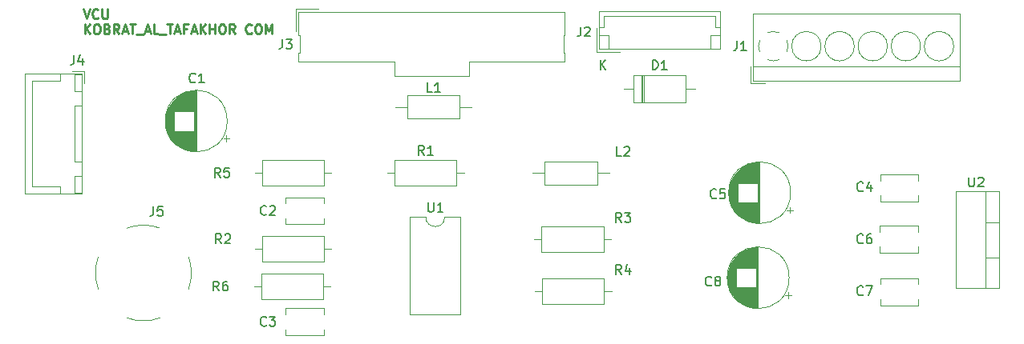
<source format=gbr>
%TF.GenerationSoftware,KiCad,Pcbnew,(6.0.8)*%
%TF.CreationDate,2022-10-21T18:04:50+02:00*%
%TF.ProjectId,VCU,5643552e-6b69-4636-9164-5f7063625858,rev?*%
%TF.SameCoordinates,Original*%
%TF.FileFunction,Legend,Top*%
%TF.FilePolarity,Positive*%
%FSLAX46Y46*%
G04 Gerber Fmt 4.6, Leading zero omitted, Abs format (unit mm)*
G04 Created by KiCad (PCBNEW (6.0.8)) date 2022-10-21 18:04:50*
%MOMM*%
%LPD*%
G01*
G04 APERTURE LIST*
%ADD10C,0.250000*%
%ADD11C,0.150000*%
%ADD12C,0.120000*%
G04 APERTURE END LIST*
D10*
X100007738Y-79647380D02*
X100341071Y-80647380D01*
X100674404Y-79647380D01*
X101579166Y-80552142D02*
X101531547Y-80599761D01*
X101388690Y-80647380D01*
X101293452Y-80647380D01*
X101150595Y-80599761D01*
X101055357Y-80504523D01*
X101007738Y-80409285D01*
X100960119Y-80218809D01*
X100960119Y-80075952D01*
X101007738Y-79885476D01*
X101055357Y-79790238D01*
X101150595Y-79695000D01*
X101293452Y-79647380D01*
X101388690Y-79647380D01*
X101531547Y-79695000D01*
X101579166Y-79742619D01*
X102007738Y-79647380D02*
X102007738Y-80456904D01*
X102055357Y-80552142D01*
X102102976Y-80599761D01*
X102198214Y-80647380D01*
X102388690Y-80647380D01*
X102483928Y-80599761D01*
X102531547Y-80552142D01*
X102579166Y-80456904D01*
X102579166Y-79647380D01*
X100150595Y-82257380D02*
X100150595Y-81257380D01*
X100722023Y-82257380D02*
X100293452Y-81685952D01*
X100722023Y-81257380D02*
X100150595Y-81828809D01*
X101341071Y-81257380D02*
X101531547Y-81257380D01*
X101626785Y-81305000D01*
X101722023Y-81400238D01*
X101769642Y-81590714D01*
X101769642Y-81924047D01*
X101722023Y-82114523D01*
X101626785Y-82209761D01*
X101531547Y-82257380D01*
X101341071Y-82257380D01*
X101245833Y-82209761D01*
X101150595Y-82114523D01*
X101102976Y-81924047D01*
X101102976Y-81590714D01*
X101150595Y-81400238D01*
X101245833Y-81305000D01*
X101341071Y-81257380D01*
X102531547Y-81733571D02*
X102674404Y-81781190D01*
X102722023Y-81828809D01*
X102769642Y-81924047D01*
X102769642Y-82066904D01*
X102722023Y-82162142D01*
X102674404Y-82209761D01*
X102579166Y-82257380D01*
X102198214Y-82257380D01*
X102198214Y-81257380D01*
X102531547Y-81257380D01*
X102626785Y-81305000D01*
X102674404Y-81352619D01*
X102722023Y-81447857D01*
X102722023Y-81543095D01*
X102674404Y-81638333D01*
X102626785Y-81685952D01*
X102531547Y-81733571D01*
X102198214Y-81733571D01*
X103769642Y-82257380D02*
X103436309Y-81781190D01*
X103198214Y-82257380D02*
X103198214Y-81257380D01*
X103579166Y-81257380D01*
X103674404Y-81305000D01*
X103722023Y-81352619D01*
X103769642Y-81447857D01*
X103769642Y-81590714D01*
X103722023Y-81685952D01*
X103674404Y-81733571D01*
X103579166Y-81781190D01*
X103198214Y-81781190D01*
X104150595Y-81971666D02*
X104626785Y-81971666D01*
X104055357Y-82257380D02*
X104388690Y-81257380D01*
X104722023Y-82257380D01*
X104912500Y-81257380D02*
X105483928Y-81257380D01*
X105198214Y-82257380D02*
X105198214Y-81257380D01*
X105579166Y-82352619D02*
X106341071Y-82352619D01*
X106531547Y-81971666D02*
X107007738Y-81971666D01*
X106436309Y-82257380D02*
X106769642Y-81257380D01*
X107102976Y-82257380D01*
X107912500Y-82257380D02*
X107436309Y-82257380D01*
X107436309Y-81257380D01*
X108007738Y-82352619D02*
X108769642Y-82352619D01*
X108864880Y-81257380D02*
X109436309Y-81257380D01*
X109150595Y-82257380D02*
X109150595Y-81257380D01*
X109722023Y-81971666D02*
X110198214Y-81971666D01*
X109626785Y-82257380D02*
X109960119Y-81257380D01*
X110293452Y-82257380D01*
X110960119Y-81733571D02*
X110626785Y-81733571D01*
X110626785Y-82257380D02*
X110626785Y-81257380D01*
X111102976Y-81257380D01*
X111436309Y-81971666D02*
X111912500Y-81971666D01*
X111341071Y-82257380D02*
X111674404Y-81257380D01*
X112007738Y-82257380D01*
X112341071Y-82257380D02*
X112341071Y-81257380D01*
X112912500Y-82257380D02*
X112483928Y-81685952D01*
X112912500Y-81257380D02*
X112341071Y-81828809D01*
X113341071Y-82257380D02*
X113341071Y-81257380D01*
X113341071Y-81733571D02*
X113912500Y-81733571D01*
X113912500Y-82257380D02*
X113912500Y-81257380D01*
X114579166Y-81257380D02*
X114769642Y-81257380D01*
X114864880Y-81305000D01*
X114960119Y-81400238D01*
X115007738Y-81590714D01*
X115007738Y-81924047D01*
X114960119Y-82114523D01*
X114864880Y-82209761D01*
X114769642Y-82257380D01*
X114579166Y-82257380D01*
X114483928Y-82209761D01*
X114388690Y-82114523D01*
X114341071Y-81924047D01*
X114341071Y-81590714D01*
X114388690Y-81400238D01*
X114483928Y-81305000D01*
X114579166Y-81257380D01*
X116007738Y-82257380D02*
X115674404Y-81781190D01*
X115436309Y-82257380D02*
X115436309Y-81257380D01*
X115817261Y-81257380D01*
X115912500Y-81305000D01*
X115960119Y-81352619D01*
X116007738Y-81447857D01*
X116007738Y-81590714D01*
X115960119Y-81685952D01*
X115912500Y-81733571D01*
X115817261Y-81781190D01*
X115436309Y-81781190D01*
X117769642Y-82162142D02*
X117722023Y-82209761D01*
X117579166Y-82257380D01*
X117483928Y-82257380D01*
X117341071Y-82209761D01*
X117245833Y-82114523D01*
X117198214Y-82019285D01*
X117150595Y-81828809D01*
X117150595Y-81685952D01*
X117198214Y-81495476D01*
X117245833Y-81400238D01*
X117341071Y-81305000D01*
X117483928Y-81257380D01*
X117579166Y-81257380D01*
X117722023Y-81305000D01*
X117769642Y-81352619D01*
X118388690Y-81257380D02*
X118579166Y-81257380D01*
X118674404Y-81305000D01*
X118769642Y-81400238D01*
X118817261Y-81590714D01*
X118817261Y-81924047D01*
X118769642Y-82114523D01*
X118674404Y-82209761D01*
X118579166Y-82257380D01*
X118388690Y-82257380D01*
X118293452Y-82209761D01*
X118198214Y-82114523D01*
X118150595Y-81924047D01*
X118150595Y-81590714D01*
X118198214Y-81400238D01*
X118293452Y-81305000D01*
X118388690Y-81257380D01*
X119245833Y-82257380D02*
X119245833Y-81257380D01*
X119579166Y-81971666D01*
X119912500Y-81257380D01*
X119912500Y-82257380D01*
D11*
%TO.C,C4*%
X182333333Y-98857142D02*
X182285714Y-98904761D01*
X182142857Y-98952380D01*
X182047619Y-98952380D01*
X181904761Y-98904761D01*
X181809523Y-98809523D01*
X181761904Y-98714285D01*
X181714285Y-98523809D01*
X181714285Y-98380952D01*
X181761904Y-98190476D01*
X181809523Y-98095238D01*
X181904761Y-98000000D01*
X182047619Y-97952380D01*
X182142857Y-97952380D01*
X182285714Y-98000000D01*
X182333333Y-98047619D01*
X183190476Y-98285714D02*
X183190476Y-98952380D01*
X182952380Y-97904761D02*
X182714285Y-98619047D01*
X183333333Y-98619047D01*
%TO.C,C6*%
X182333333Y-104357142D02*
X182285714Y-104404761D01*
X182142857Y-104452380D01*
X182047619Y-104452380D01*
X181904761Y-104404761D01*
X181809523Y-104309523D01*
X181761904Y-104214285D01*
X181714285Y-104023809D01*
X181714285Y-103880952D01*
X181761904Y-103690476D01*
X181809523Y-103595238D01*
X181904761Y-103500000D01*
X182047619Y-103452380D01*
X182142857Y-103452380D01*
X182285714Y-103500000D01*
X182333333Y-103547619D01*
X183190476Y-103452380D02*
X183000000Y-103452380D01*
X182904761Y-103500000D01*
X182857142Y-103547619D01*
X182761904Y-103690476D01*
X182714285Y-103880952D01*
X182714285Y-104261904D01*
X182761904Y-104357142D01*
X182809523Y-104404761D01*
X182904761Y-104452380D01*
X183095238Y-104452380D01*
X183190476Y-104404761D01*
X183238095Y-104357142D01*
X183285714Y-104261904D01*
X183285714Y-104023809D01*
X183238095Y-103928571D01*
X183190476Y-103880952D01*
X183095238Y-103833333D01*
X182904761Y-103833333D01*
X182809523Y-103880952D01*
X182761904Y-103928571D01*
X182714285Y-104023809D01*
%TO.C,C3*%
X119333333Y-113107142D02*
X119285714Y-113154761D01*
X119142857Y-113202380D01*
X119047619Y-113202380D01*
X118904761Y-113154761D01*
X118809523Y-113059523D01*
X118761904Y-112964285D01*
X118714285Y-112773809D01*
X118714285Y-112630952D01*
X118761904Y-112440476D01*
X118809523Y-112345238D01*
X118904761Y-112250000D01*
X119047619Y-112202380D01*
X119142857Y-112202380D01*
X119285714Y-112250000D01*
X119333333Y-112297619D01*
X119666666Y-112202380D02*
X120285714Y-112202380D01*
X119952380Y-112583333D01*
X120095238Y-112583333D01*
X120190476Y-112630952D01*
X120238095Y-112678571D01*
X120285714Y-112773809D01*
X120285714Y-113011904D01*
X120238095Y-113107142D01*
X120190476Y-113154761D01*
X120095238Y-113202380D01*
X119809523Y-113202380D01*
X119714285Y-113154761D01*
X119666666Y-113107142D01*
%TO.C,C2*%
X119333333Y-101357142D02*
X119285714Y-101404761D01*
X119142857Y-101452380D01*
X119047619Y-101452380D01*
X118904761Y-101404761D01*
X118809523Y-101309523D01*
X118761904Y-101214285D01*
X118714285Y-101023809D01*
X118714285Y-100880952D01*
X118761904Y-100690476D01*
X118809523Y-100595238D01*
X118904761Y-100500000D01*
X119047619Y-100452380D01*
X119142857Y-100452380D01*
X119285714Y-100500000D01*
X119333333Y-100547619D01*
X119714285Y-100547619D02*
X119761904Y-100500000D01*
X119857142Y-100452380D01*
X120095238Y-100452380D01*
X120190476Y-100500000D01*
X120238095Y-100547619D01*
X120285714Y-100642857D01*
X120285714Y-100738095D01*
X120238095Y-100880952D01*
X119666666Y-101452380D01*
X120285714Y-101452380D01*
%TO.C,C7*%
X182333333Y-109857142D02*
X182285714Y-109904761D01*
X182142857Y-109952380D01*
X182047619Y-109952380D01*
X181904761Y-109904761D01*
X181809523Y-109809523D01*
X181761904Y-109714285D01*
X181714285Y-109523809D01*
X181714285Y-109380952D01*
X181761904Y-109190476D01*
X181809523Y-109095238D01*
X181904761Y-109000000D01*
X182047619Y-108952380D01*
X182142857Y-108952380D01*
X182285714Y-109000000D01*
X182333333Y-109047619D01*
X182666666Y-108952380D02*
X183333333Y-108952380D01*
X182904761Y-109952380D01*
%TO.C,U1*%
X136408095Y-100122380D02*
X136408095Y-100931904D01*
X136455714Y-101027142D01*
X136503333Y-101074761D01*
X136598571Y-101122380D01*
X136789047Y-101122380D01*
X136884285Y-101074761D01*
X136931904Y-101027142D01*
X136979523Y-100931904D01*
X136979523Y-100122380D01*
X137979523Y-101122380D02*
X137408095Y-101122380D01*
X137693809Y-101122380D02*
X137693809Y-100122380D01*
X137598571Y-100265238D01*
X137503333Y-100360476D01*
X137408095Y-100408095D01*
%TO.C,J2*%
X152526666Y-81532380D02*
X152526666Y-82246666D01*
X152479047Y-82389523D01*
X152383809Y-82484761D01*
X152240952Y-82532380D01*
X152145714Y-82532380D01*
X152955238Y-81627619D02*
X153002857Y-81580000D01*
X153098095Y-81532380D01*
X153336190Y-81532380D01*
X153431428Y-81580000D01*
X153479047Y-81627619D01*
X153526666Y-81722857D01*
X153526666Y-81818095D01*
X153479047Y-81960952D01*
X152907619Y-82532380D01*
X153526666Y-82532380D01*
%TO.C,R3*%
X156833333Y-102202380D02*
X156500000Y-101726190D01*
X156261904Y-102202380D02*
X156261904Y-101202380D01*
X156642857Y-101202380D01*
X156738095Y-101250000D01*
X156785714Y-101297619D01*
X156833333Y-101392857D01*
X156833333Y-101535714D01*
X156785714Y-101630952D01*
X156738095Y-101678571D01*
X156642857Y-101726190D01*
X156261904Y-101726190D01*
X157166666Y-101202380D02*
X157785714Y-101202380D01*
X157452380Y-101583333D01*
X157595238Y-101583333D01*
X157690476Y-101630952D01*
X157738095Y-101678571D01*
X157785714Y-101773809D01*
X157785714Y-102011904D01*
X157738095Y-102107142D01*
X157690476Y-102154761D01*
X157595238Y-102202380D01*
X157309523Y-102202380D01*
X157214285Y-102154761D01*
X157166666Y-102107142D01*
%TO.C,U2*%
X193488095Y-97452380D02*
X193488095Y-98261904D01*
X193535714Y-98357142D01*
X193583333Y-98404761D01*
X193678571Y-98452380D01*
X193869047Y-98452380D01*
X193964285Y-98404761D01*
X194011904Y-98357142D01*
X194059523Y-98261904D01*
X194059523Y-97452380D01*
X194488095Y-97547619D02*
X194535714Y-97500000D01*
X194630952Y-97452380D01*
X194869047Y-97452380D01*
X194964285Y-97500000D01*
X195011904Y-97547619D01*
X195059523Y-97642857D01*
X195059523Y-97738095D01*
X195011904Y-97880952D01*
X194440476Y-98452380D01*
X195059523Y-98452380D01*
%TO.C,R2*%
X114583333Y-104452380D02*
X114250000Y-103976190D01*
X114011904Y-104452380D02*
X114011904Y-103452380D01*
X114392857Y-103452380D01*
X114488095Y-103500000D01*
X114535714Y-103547619D01*
X114583333Y-103642857D01*
X114583333Y-103785714D01*
X114535714Y-103880952D01*
X114488095Y-103928571D01*
X114392857Y-103976190D01*
X114011904Y-103976190D01*
X114964285Y-103547619D02*
X115011904Y-103500000D01*
X115107142Y-103452380D01*
X115345238Y-103452380D01*
X115440476Y-103500000D01*
X115488095Y-103547619D01*
X115535714Y-103642857D01*
X115535714Y-103738095D01*
X115488095Y-103880952D01*
X114916666Y-104452380D01*
X115535714Y-104452380D01*
%TO.C,J5*%
X107416666Y-100532380D02*
X107416666Y-101246666D01*
X107369047Y-101389523D01*
X107273809Y-101484761D01*
X107130952Y-101532380D01*
X107035714Y-101532380D01*
X108369047Y-100532380D02*
X107892857Y-100532380D01*
X107845238Y-101008571D01*
X107892857Y-100960952D01*
X107988095Y-100913333D01*
X108226190Y-100913333D01*
X108321428Y-100960952D01*
X108369047Y-101008571D01*
X108416666Y-101103809D01*
X108416666Y-101341904D01*
X108369047Y-101437142D01*
X108321428Y-101484761D01*
X108226190Y-101532380D01*
X107988095Y-101532380D01*
X107892857Y-101484761D01*
X107845238Y-101437142D01*
%TO.C,J1*%
X169026666Y-83032380D02*
X169026666Y-83746666D01*
X168979047Y-83889523D01*
X168883809Y-83984761D01*
X168740952Y-84032380D01*
X168645714Y-84032380D01*
X170026666Y-84032380D02*
X169455238Y-84032380D01*
X169740952Y-84032380D02*
X169740952Y-83032380D01*
X169645714Y-83175238D01*
X169550476Y-83270476D01*
X169455238Y-83318095D01*
%TO.C,R6*%
X114333333Y-109452380D02*
X114000000Y-108976190D01*
X113761904Y-109452380D02*
X113761904Y-108452380D01*
X114142857Y-108452380D01*
X114238095Y-108500000D01*
X114285714Y-108547619D01*
X114333333Y-108642857D01*
X114333333Y-108785714D01*
X114285714Y-108880952D01*
X114238095Y-108928571D01*
X114142857Y-108976190D01*
X113761904Y-108976190D01*
X115190476Y-108452380D02*
X115000000Y-108452380D01*
X114904761Y-108500000D01*
X114857142Y-108547619D01*
X114761904Y-108690476D01*
X114714285Y-108880952D01*
X114714285Y-109261904D01*
X114761904Y-109357142D01*
X114809523Y-109404761D01*
X114904761Y-109452380D01*
X115095238Y-109452380D01*
X115190476Y-109404761D01*
X115238095Y-109357142D01*
X115285714Y-109261904D01*
X115285714Y-109023809D01*
X115238095Y-108928571D01*
X115190476Y-108880952D01*
X115095238Y-108833333D01*
X114904761Y-108833333D01*
X114809523Y-108880952D01*
X114761904Y-108928571D01*
X114714285Y-109023809D01*
%TO.C,L1*%
X136833333Y-88452380D02*
X136357142Y-88452380D01*
X136357142Y-87452380D01*
X137690476Y-88452380D02*
X137119047Y-88452380D01*
X137404761Y-88452380D02*
X137404761Y-87452380D01*
X137309523Y-87595238D01*
X137214285Y-87690476D01*
X137119047Y-87738095D01*
%TO.C,R1*%
X135993333Y-95082380D02*
X135660000Y-94606190D01*
X135421904Y-95082380D02*
X135421904Y-94082380D01*
X135802857Y-94082380D01*
X135898095Y-94130000D01*
X135945714Y-94177619D01*
X135993333Y-94272857D01*
X135993333Y-94415714D01*
X135945714Y-94510952D01*
X135898095Y-94558571D01*
X135802857Y-94606190D01*
X135421904Y-94606190D01*
X136945714Y-95082380D02*
X136374285Y-95082380D01*
X136660000Y-95082380D02*
X136660000Y-94082380D01*
X136564761Y-94225238D01*
X136469523Y-94320476D01*
X136374285Y-94368095D01*
%TO.C,L2*%
X156833333Y-95202380D02*
X156357142Y-95202380D01*
X156357142Y-94202380D01*
X157119047Y-94297619D02*
X157166666Y-94250000D01*
X157261904Y-94202380D01*
X157500000Y-94202380D01*
X157595238Y-94250000D01*
X157642857Y-94297619D01*
X157690476Y-94392857D01*
X157690476Y-94488095D01*
X157642857Y-94630952D01*
X157071428Y-95202380D01*
X157690476Y-95202380D01*
%TO.C,C8*%
X166333333Y-108857142D02*
X166285714Y-108904761D01*
X166142857Y-108952380D01*
X166047619Y-108952380D01*
X165904761Y-108904761D01*
X165809523Y-108809523D01*
X165761904Y-108714285D01*
X165714285Y-108523809D01*
X165714285Y-108380952D01*
X165761904Y-108190476D01*
X165809523Y-108095238D01*
X165904761Y-108000000D01*
X166047619Y-107952380D01*
X166142857Y-107952380D01*
X166285714Y-108000000D01*
X166333333Y-108047619D01*
X166904761Y-108380952D02*
X166809523Y-108333333D01*
X166761904Y-108285714D01*
X166714285Y-108190476D01*
X166714285Y-108142857D01*
X166761904Y-108047619D01*
X166809523Y-108000000D01*
X166904761Y-107952380D01*
X167095238Y-107952380D01*
X167190476Y-108000000D01*
X167238095Y-108047619D01*
X167285714Y-108142857D01*
X167285714Y-108190476D01*
X167238095Y-108285714D01*
X167190476Y-108333333D01*
X167095238Y-108380952D01*
X166904761Y-108380952D01*
X166809523Y-108428571D01*
X166761904Y-108476190D01*
X166714285Y-108571428D01*
X166714285Y-108761904D01*
X166761904Y-108857142D01*
X166809523Y-108904761D01*
X166904761Y-108952380D01*
X167095238Y-108952380D01*
X167190476Y-108904761D01*
X167238095Y-108857142D01*
X167285714Y-108761904D01*
X167285714Y-108571428D01*
X167238095Y-108476190D01*
X167190476Y-108428571D01*
X167095238Y-108380952D01*
%TO.C,D1*%
X160121904Y-86062380D02*
X160121904Y-85062380D01*
X160360000Y-85062380D01*
X160502857Y-85110000D01*
X160598095Y-85205238D01*
X160645714Y-85300476D01*
X160693333Y-85490952D01*
X160693333Y-85633809D01*
X160645714Y-85824285D01*
X160598095Y-85919523D01*
X160502857Y-86014761D01*
X160360000Y-86062380D01*
X160121904Y-86062380D01*
X161645714Y-86062380D02*
X161074285Y-86062380D01*
X161360000Y-86062380D02*
X161360000Y-85062380D01*
X161264761Y-85205238D01*
X161169523Y-85300476D01*
X161074285Y-85348095D01*
X154598095Y-86032380D02*
X154598095Y-85032380D01*
X155169523Y-86032380D02*
X154740952Y-85460952D01*
X155169523Y-85032380D02*
X154598095Y-85603809D01*
%TO.C,R4*%
X156833333Y-107702380D02*
X156500000Y-107226190D01*
X156261904Y-107702380D02*
X156261904Y-106702380D01*
X156642857Y-106702380D01*
X156738095Y-106750000D01*
X156785714Y-106797619D01*
X156833333Y-106892857D01*
X156833333Y-107035714D01*
X156785714Y-107130952D01*
X156738095Y-107178571D01*
X156642857Y-107226190D01*
X156261904Y-107226190D01*
X157690476Y-107035714D02*
X157690476Y-107702380D01*
X157452380Y-106654761D02*
X157214285Y-107369047D01*
X157833333Y-107369047D01*
%TO.C,R5*%
X114493333Y-97452380D02*
X114160000Y-96976190D01*
X113921904Y-97452380D02*
X113921904Y-96452380D01*
X114302857Y-96452380D01*
X114398095Y-96500000D01*
X114445714Y-96547619D01*
X114493333Y-96642857D01*
X114493333Y-96785714D01*
X114445714Y-96880952D01*
X114398095Y-96928571D01*
X114302857Y-96976190D01*
X113921904Y-96976190D01*
X115398095Y-96452380D02*
X114921904Y-96452380D01*
X114874285Y-96928571D01*
X114921904Y-96880952D01*
X115017142Y-96833333D01*
X115255238Y-96833333D01*
X115350476Y-96880952D01*
X115398095Y-96928571D01*
X115445714Y-97023809D01*
X115445714Y-97261904D01*
X115398095Y-97357142D01*
X115350476Y-97404761D01*
X115255238Y-97452380D01*
X115017142Y-97452380D01*
X114921904Y-97404761D01*
X114874285Y-97357142D01*
%TO.C,J4*%
X99026666Y-84532380D02*
X99026666Y-85246666D01*
X98979047Y-85389523D01*
X98883809Y-85484761D01*
X98740952Y-85532380D01*
X98645714Y-85532380D01*
X99931428Y-84865714D02*
X99931428Y-85532380D01*
X99693333Y-84484761D02*
X99455238Y-85199047D01*
X100074285Y-85199047D01*
%TO.C,C5*%
X166833333Y-99607142D02*
X166785714Y-99654761D01*
X166642857Y-99702380D01*
X166547619Y-99702380D01*
X166404761Y-99654761D01*
X166309523Y-99559523D01*
X166261904Y-99464285D01*
X166214285Y-99273809D01*
X166214285Y-99130952D01*
X166261904Y-98940476D01*
X166309523Y-98845238D01*
X166404761Y-98750000D01*
X166547619Y-98702380D01*
X166642857Y-98702380D01*
X166785714Y-98750000D01*
X166833333Y-98797619D01*
X167738095Y-98702380D02*
X167261904Y-98702380D01*
X167214285Y-99178571D01*
X167261904Y-99130952D01*
X167357142Y-99083333D01*
X167595238Y-99083333D01*
X167690476Y-99130952D01*
X167738095Y-99178571D01*
X167785714Y-99273809D01*
X167785714Y-99511904D01*
X167738095Y-99607142D01*
X167690476Y-99654761D01*
X167595238Y-99702380D01*
X167357142Y-99702380D01*
X167261904Y-99654761D01*
X167214285Y-99607142D01*
%TO.C,C1*%
X111833333Y-87357142D02*
X111785714Y-87404761D01*
X111642857Y-87452380D01*
X111547619Y-87452380D01*
X111404761Y-87404761D01*
X111309523Y-87309523D01*
X111261904Y-87214285D01*
X111214285Y-87023809D01*
X111214285Y-86880952D01*
X111261904Y-86690476D01*
X111309523Y-86595238D01*
X111404761Y-86500000D01*
X111547619Y-86452380D01*
X111642857Y-86452380D01*
X111785714Y-86500000D01*
X111833333Y-86547619D01*
X112785714Y-87452380D02*
X112214285Y-87452380D01*
X112500000Y-87452380D02*
X112500000Y-86452380D01*
X112404761Y-86595238D01*
X112309523Y-86690476D01*
X112214285Y-86738095D01*
%TO.C,J3*%
X121026666Y-82857380D02*
X121026666Y-83571666D01*
X120979047Y-83714523D01*
X120883809Y-83809761D01*
X120740952Y-83857380D01*
X120645714Y-83857380D01*
X121407619Y-82857380D02*
X122026666Y-82857380D01*
X121693333Y-83238333D01*
X121836190Y-83238333D01*
X121931428Y-83285952D01*
X121979047Y-83333571D01*
X122026666Y-83428809D01*
X122026666Y-83666904D01*
X121979047Y-83762142D01*
X121931428Y-83809761D01*
X121836190Y-83857380D01*
X121550476Y-83857380D01*
X121455238Y-83809761D01*
X121407619Y-83762142D01*
D12*
%TO.C,C4*%
X188185000Y-97160000D02*
X184145000Y-97160000D01*
X184145000Y-100000000D02*
X184145000Y-99375000D01*
X184145000Y-97785000D02*
X184145000Y-97160000D01*
X188185000Y-100000000D02*
X188185000Y-99375000D01*
X188185000Y-97785000D02*
X188185000Y-97160000D01*
X188185000Y-100000000D02*
X184145000Y-100000000D01*
%TO.C,C6*%
X188130000Y-102580000D02*
X184090000Y-102580000D01*
X184090000Y-105420000D02*
X184090000Y-104795000D01*
X184090000Y-103205000D02*
X184090000Y-102580000D01*
X188130000Y-105420000D02*
X188130000Y-104795000D01*
X188130000Y-103205000D02*
X188130000Y-102580000D01*
X188130000Y-105420000D02*
X184090000Y-105420000D01*
%TO.C,C3*%
X125430000Y-111330000D02*
X121390000Y-111330000D01*
X121390000Y-114170000D02*
X121390000Y-113545000D01*
X121390000Y-111955000D02*
X121390000Y-111330000D01*
X125430000Y-114170000D02*
X125430000Y-113545000D01*
X125430000Y-111955000D02*
X125430000Y-111330000D01*
X125430000Y-114170000D02*
X121390000Y-114170000D01*
%TO.C,C2*%
X125430000Y-99580000D02*
X121390000Y-99580000D01*
X121390000Y-102420000D02*
X121390000Y-101795000D01*
X121390000Y-100205000D02*
X121390000Y-99580000D01*
X125430000Y-102420000D02*
X125430000Y-101795000D01*
X125430000Y-100205000D02*
X125430000Y-99580000D01*
X125430000Y-102420000D02*
X121390000Y-102420000D01*
%TO.C,C7*%
X188185000Y-108160000D02*
X184145000Y-108160000D01*
X184145000Y-111000000D02*
X184145000Y-110375000D01*
X184145000Y-108785000D02*
X184145000Y-108160000D01*
X188185000Y-111000000D02*
X188185000Y-110375000D01*
X188185000Y-108785000D02*
X188185000Y-108160000D01*
X188185000Y-111000000D02*
X184145000Y-111000000D01*
%TO.C,U1*%
X134520000Y-101670000D02*
X134520000Y-111950000D01*
X136170000Y-101670000D02*
X134520000Y-101670000D01*
X139820000Y-101670000D02*
X138170000Y-101670000D01*
X134520000Y-111950000D02*
X139820000Y-111950000D01*
X139820000Y-111950000D02*
X139820000Y-101670000D01*
X136170000Y-101670000D02*
G75*
G03*
X138170000Y-101670000I1000000J0D01*
G01*
%TO.C,J2*%
X167220000Y-83890000D02*
X167220000Y-79870000D01*
X154500000Y-81580000D02*
X155000000Y-81580000D01*
X166220000Y-82390000D02*
X166220000Y-83890000D01*
X167220000Y-82390000D02*
X166220000Y-82390000D01*
X154200000Y-84190000D02*
X156700000Y-84190000D01*
X154200000Y-81690000D02*
X154200000Y-84190000D01*
X166720000Y-80370000D02*
X166720000Y-81580000D01*
X166720000Y-81580000D02*
X167220000Y-81580000D01*
X167220000Y-79870000D02*
X154500000Y-79870000D01*
X155500000Y-82390000D02*
X155500000Y-83890000D01*
X155000000Y-81580000D02*
X155000000Y-80370000D01*
X154500000Y-83890000D02*
X167220000Y-83890000D01*
X155000000Y-80370000D02*
X166720000Y-80370000D01*
X154500000Y-82390000D02*
X155500000Y-82390000D01*
X154500000Y-79870000D02*
X154500000Y-83890000D01*
%TO.C,R3*%
X147620000Y-104000000D02*
X148390000Y-104000000D01*
X154930000Y-102630000D02*
X148390000Y-102630000D01*
X148390000Y-102630000D02*
X148390000Y-105370000D01*
X148390000Y-105370000D02*
X154930000Y-105370000D01*
X154930000Y-105370000D02*
X154930000Y-102630000D01*
X155700000Y-104000000D02*
X154930000Y-104000000D01*
%TO.C,U2*%
X196740000Y-109200000D02*
X192099000Y-109200000D01*
X196740000Y-105931000D02*
X195230000Y-105931000D01*
X195230000Y-98960000D02*
X195230000Y-109200000D01*
X192099000Y-98960000D02*
X192099000Y-109200000D01*
X196740000Y-98960000D02*
X192099000Y-98960000D01*
X196740000Y-98960000D02*
X196740000Y-109200000D01*
X196740000Y-102230000D02*
X195230000Y-102230000D01*
%TO.C,R2*%
X118120000Y-105000000D02*
X118890000Y-105000000D01*
X118890000Y-106370000D02*
X125430000Y-106370000D01*
X125430000Y-106370000D02*
X125430000Y-103630000D01*
X125430000Y-103630000D02*
X118890000Y-103630000D01*
X118890000Y-103630000D02*
X118890000Y-106370000D01*
X126200000Y-105000000D02*
X125430000Y-105000000D01*
%TO.C,J5*%
X108072663Y-102816411D02*
G75*
G03*
X104610000Y-102830000I-1712663J-4763589D01*
G01*
X101596411Y-105867337D02*
G75*
G03*
X101610000Y-109330000I4763589J-1712663D01*
G01*
X111123589Y-109292663D02*
G75*
G03*
X111110000Y-105830000I-4763588J1712664D01*
G01*
X104647337Y-112343589D02*
G75*
G03*
X108110000Y-112330000I1712664J4763588D01*
G01*
%TO.C,J1*%
X170460000Y-85740000D02*
X170460000Y-87480000D01*
X192520000Y-80120000D02*
X192520000Y-87240000D01*
X170700000Y-80120000D02*
X192520000Y-80120000D01*
X170700000Y-87240000D02*
X192520000Y-87240000D01*
X170460000Y-87480000D02*
X171960000Y-87480000D01*
X170700000Y-85680000D02*
X192520000Y-85680000D01*
X170700000Y-80120000D02*
X170700000Y-87240000D01*
X174292000Y-84188000D02*
G75*
G03*
X174292109Y-82972258I-1432003J607999D01*
G01*
X172252000Y-85012000D02*
G75*
G03*
X172887011Y-85135493I607998J1431988D01*
G01*
X171428000Y-82972000D02*
G75*
G03*
X171427891Y-84187742I1432000J-608000D01*
G01*
X173468000Y-82148000D02*
G75*
G03*
X172252258Y-82147891I-608000J-1432000D01*
G01*
X172860000Y-85135000D02*
G75*
G03*
X173467587Y-85011385I0J1555000D01*
G01*
X181415000Y-83580000D02*
G75*
G03*
X181415000Y-83580000I-1555000J0D01*
G01*
X177915000Y-83580000D02*
G75*
G03*
X177915000Y-83580000I-1555000J0D01*
G01*
X191915000Y-83580000D02*
G75*
G03*
X191915000Y-83580000I-1555000J0D01*
G01*
X184915000Y-83580000D02*
G75*
G03*
X184915000Y-83580000I-1555000J0D01*
G01*
X188415000Y-83580000D02*
G75*
G03*
X188415000Y-83580000I-1555000J0D01*
G01*
%TO.C,R6*%
X118810000Y-110370000D02*
X125350000Y-110370000D01*
X125350000Y-110370000D02*
X125350000Y-107630000D01*
X125350000Y-107630000D02*
X118810000Y-107630000D01*
X118810000Y-107630000D02*
X118810000Y-110370000D01*
X126120000Y-109000000D02*
X125350000Y-109000000D01*
X118040000Y-109000000D02*
X118810000Y-109000000D01*
%TO.C,L1*%
X139770000Y-88780000D02*
X134230000Y-88780000D01*
X132960000Y-90000000D02*
X134230000Y-90000000D01*
X134230000Y-91220000D02*
X139770000Y-91220000D01*
X139770000Y-91220000D02*
X139770000Y-88780000D01*
X141040000Y-90000000D02*
X139770000Y-90000000D01*
X134230000Y-88780000D02*
X134230000Y-91220000D01*
%TO.C,R1*%
X139430000Y-98370000D02*
X139430000Y-95630000D01*
X132890000Y-95630000D02*
X132890000Y-98370000D01*
X132890000Y-98370000D02*
X139430000Y-98370000D01*
X139430000Y-95630000D02*
X132890000Y-95630000D01*
X140200000Y-97000000D02*
X139430000Y-97000000D01*
X132120000Y-97000000D02*
X132890000Y-97000000D01*
%TO.C,L2*%
X147460000Y-97000000D02*
X148730000Y-97000000D01*
X148730000Y-98220000D02*
X154270000Y-98220000D01*
X154270000Y-98220000D02*
X154270000Y-95780000D01*
X155540000Y-97000000D02*
X154270000Y-97000000D01*
X148730000Y-95780000D02*
X148730000Y-98220000D01*
X154270000Y-95780000D02*
X148730000Y-95780000D01*
%TO.C,C8*%
X170461651Y-107040000D02*
X170461651Y-104949000D01*
X169501651Y-110796000D02*
X169501651Y-109120000D01*
X171022651Y-107040000D02*
X171022651Y-104858000D01*
X169861651Y-107040000D02*
X169861651Y-105164000D01*
X170662651Y-111255000D02*
X170662651Y-109120000D01*
X169621651Y-110870000D02*
X169621651Y-109120000D01*
X168981651Y-110385000D02*
X168981651Y-109120000D01*
X169901651Y-107040000D02*
X169901651Y-105146000D01*
X170061651Y-107040000D02*
X170061651Y-105078000D01*
X169541651Y-107040000D02*
X169541651Y-105338000D01*
X170862651Y-107040000D02*
X170862651Y-104874000D01*
X169941651Y-107040000D02*
X169941651Y-105128000D01*
X168261651Y-109342000D02*
X168261651Y-106818000D01*
X168861651Y-110262000D02*
X168861651Y-105898000D01*
X170942651Y-107040000D02*
X170942651Y-104865000D01*
X168101651Y-108882000D02*
X168101651Y-107278000D01*
X170541651Y-107040000D02*
X170541651Y-104930000D01*
X168581651Y-109914000D02*
X168581651Y-106246000D01*
X171182651Y-111310000D02*
X171182651Y-104850000D01*
X170381651Y-111190000D02*
X170381651Y-109120000D01*
X168901651Y-110304000D02*
X168901651Y-105856000D01*
X170582651Y-107040000D02*
X170582651Y-104921000D01*
X168621651Y-109970000D02*
X168621651Y-106190000D01*
X169501651Y-107040000D02*
X169501651Y-105364000D01*
X169821651Y-107040000D02*
X169821651Y-105184000D01*
X170702651Y-111262000D02*
X170702651Y-109120000D01*
X170421651Y-111201000D02*
X170421651Y-109120000D01*
X168341651Y-109512000D02*
X168341651Y-106648000D01*
X170101651Y-111098000D02*
X170101651Y-109120000D01*
X170982651Y-111298000D02*
X170982651Y-109120000D01*
X170702651Y-107040000D02*
X170702651Y-104898000D01*
X170501651Y-107040000D02*
X170501651Y-104939000D01*
X174447892Y-110234000D02*
X174447892Y-109604000D01*
X168461651Y-109730000D02*
X168461651Y-106430000D01*
X169901651Y-111014000D02*
X169901651Y-109120000D01*
X170902651Y-107040000D02*
X170902651Y-104869000D01*
X170822651Y-111281000D02*
X170822651Y-109120000D01*
X169701651Y-110914000D02*
X169701651Y-109120000D01*
X170141651Y-107040000D02*
X170141651Y-105047000D01*
X169781651Y-110956000D02*
X169781651Y-109120000D01*
X171062651Y-111304000D02*
X171062651Y-104856000D01*
X169461651Y-110770000D02*
X169461651Y-109120000D01*
X169701651Y-107040000D02*
X169701651Y-105246000D01*
X169061651Y-110460000D02*
X169061651Y-109120000D01*
X168741651Y-110124000D02*
X168741651Y-106036000D01*
X169221651Y-107040000D02*
X169221651Y-105564000D01*
X169141651Y-110530000D02*
X169141651Y-109120000D01*
X169261651Y-107040000D02*
X169261651Y-105532000D01*
X169341651Y-107040000D02*
X169341651Y-105473000D01*
X168301651Y-109430000D02*
X168301651Y-106730000D01*
X169461651Y-107040000D02*
X169461651Y-105390000D01*
X170021651Y-107040000D02*
X170021651Y-105094000D01*
X170101651Y-107040000D02*
X170101651Y-105062000D01*
X169181651Y-110564000D02*
X169181651Y-109120000D01*
X170902651Y-111291000D02*
X170902651Y-109120000D01*
X170862651Y-111286000D02*
X170862651Y-109120000D01*
X168021651Y-108482000D02*
X168021651Y-107678000D01*
X170942651Y-111295000D02*
X170942651Y-109120000D01*
X169421651Y-110744000D02*
X169421651Y-109120000D01*
X169421651Y-107040000D02*
X169421651Y-105416000D01*
X169621651Y-107040000D02*
X169621651Y-105290000D01*
X168141651Y-109020000D02*
X168141651Y-107140000D01*
X170421651Y-107040000D02*
X170421651Y-104959000D01*
X169301651Y-110658000D02*
X169301651Y-109120000D01*
X168501651Y-109794000D02*
X168501651Y-106366000D01*
X169061651Y-107040000D02*
X169061651Y-105700000D01*
X169581651Y-110846000D02*
X169581651Y-109120000D01*
X169981651Y-107040000D02*
X169981651Y-105110000D01*
X169141651Y-107040000D02*
X169141651Y-105630000D01*
X170381651Y-107040000D02*
X170381651Y-104970000D01*
X170782651Y-107040000D02*
X170782651Y-104885000D01*
X169581651Y-107040000D02*
X169581651Y-105314000D01*
X170261651Y-111154000D02*
X170261651Y-109120000D01*
X169741651Y-107040000D02*
X169741651Y-105224000D01*
X170341651Y-111178000D02*
X170341651Y-109120000D01*
X169101651Y-107040000D02*
X169101651Y-105664000D01*
X169301651Y-107040000D02*
X169301651Y-105502000D01*
X170622651Y-111247000D02*
X170622651Y-109120000D01*
X169661651Y-107040000D02*
X169661651Y-105268000D01*
X169861651Y-110996000D02*
X169861651Y-109120000D01*
X169341651Y-110687000D02*
X169341651Y-109120000D01*
X168061651Y-108713000D02*
X168061651Y-107447000D01*
X170021651Y-111066000D02*
X170021651Y-109120000D01*
X170662651Y-107040000D02*
X170662651Y-104905000D01*
X171142651Y-111308000D02*
X171142651Y-104852000D01*
X169101651Y-110496000D02*
X169101651Y-109120000D01*
X170261651Y-107040000D02*
X170261651Y-105006000D01*
X170221651Y-111141000D02*
X170221651Y-109120000D01*
X169821651Y-110976000D02*
X169821651Y-109120000D01*
X168981651Y-107040000D02*
X168981651Y-105775000D01*
X170221651Y-107040000D02*
X170221651Y-105019000D01*
X168381651Y-109589000D02*
X168381651Y-106571000D01*
X170501651Y-111221000D02*
X170501651Y-109120000D01*
X169941651Y-111032000D02*
X169941651Y-109120000D01*
X170822651Y-107040000D02*
X170822651Y-104879000D01*
X171222651Y-111310000D02*
X171222651Y-104850000D01*
X170341651Y-107040000D02*
X170341651Y-104982000D01*
X168221651Y-109245000D02*
X168221651Y-106915000D01*
X170541651Y-111230000D02*
X170541651Y-109120000D01*
X170061651Y-111082000D02*
X170061651Y-109120000D01*
X170301651Y-111166000D02*
X170301651Y-109120000D01*
X171262651Y-111310000D02*
X171262651Y-104850000D01*
X170141651Y-111113000D02*
X170141651Y-109120000D01*
X169381651Y-107040000D02*
X169381651Y-105444000D01*
X169781651Y-107040000D02*
X169781651Y-105204000D01*
X170181651Y-111127000D02*
X170181651Y-109120000D01*
X169381651Y-110716000D02*
X169381651Y-109120000D01*
X169661651Y-110892000D02*
X169661651Y-109120000D01*
X168941651Y-110345000D02*
X168941651Y-105815000D01*
X170301651Y-107040000D02*
X170301651Y-104994000D01*
X169021651Y-107040000D02*
X169021651Y-105737000D01*
X168181651Y-109139000D02*
X168181651Y-107021000D01*
X169021651Y-110423000D02*
X169021651Y-109120000D01*
X171102651Y-111307000D02*
X171102651Y-104853000D01*
X168701651Y-110075000D02*
X168701651Y-106085000D01*
X169741651Y-110936000D02*
X169741651Y-109120000D01*
X168661651Y-110024000D02*
X168661651Y-106136000D01*
X168821651Y-110217000D02*
X168821651Y-105943000D01*
X170782651Y-111275000D02*
X170782651Y-109120000D01*
X169541651Y-110822000D02*
X169541651Y-109120000D01*
X170622651Y-107040000D02*
X170622651Y-104913000D01*
X171022651Y-111302000D02*
X171022651Y-109120000D01*
X170982651Y-107040000D02*
X170982651Y-104862000D01*
X169221651Y-110596000D02*
X169221651Y-109120000D01*
X170461651Y-111211000D02*
X170461651Y-109120000D01*
X170742651Y-111269000D02*
X170742651Y-109120000D01*
X169181651Y-107040000D02*
X169181651Y-105596000D01*
X170742651Y-107040000D02*
X170742651Y-104891000D01*
X170181651Y-107040000D02*
X170181651Y-105033000D01*
X168541651Y-109856000D02*
X168541651Y-106304000D01*
X169981651Y-111050000D02*
X169981651Y-109120000D01*
X169261651Y-110628000D02*
X169261651Y-109120000D01*
X168421651Y-109661000D02*
X168421651Y-106499000D01*
X174762892Y-109919000D02*
X174132892Y-109919000D01*
X168781651Y-110172000D02*
X168781651Y-105988000D01*
X170582651Y-111239000D02*
X170582651Y-109120000D01*
X174532651Y-108080000D02*
G75*
G03*
X174532651Y-108080000I-3270000J0D01*
G01*
%TO.C,D1*%
X159040000Y-86610000D02*
X159040000Y-89550000D01*
X164600000Y-88080000D02*
X163580000Y-88080000D01*
X163580000Y-86610000D02*
X158140000Y-86610000D01*
X158920000Y-86610000D02*
X158920000Y-89550000D01*
X163580000Y-89550000D02*
X163580000Y-86610000D01*
X158140000Y-89550000D02*
X163580000Y-89550000D01*
X158140000Y-86610000D02*
X158140000Y-89550000D01*
X159160000Y-86610000D02*
X159160000Y-89550000D01*
X157120000Y-88080000D02*
X158140000Y-88080000D01*
%TO.C,R4*%
X155010000Y-110870000D02*
X155010000Y-108130000D01*
X155780000Y-109500000D02*
X155010000Y-109500000D01*
X147700000Y-109500000D02*
X148470000Y-109500000D01*
X155010000Y-108130000D02*
X148470000Y-108130000D01*
X148470000Y-108130000D02*
X148470000Y-110870000D01*
X148470000Y-110870000D02*
X155010000Y-110870000D01*
%TO.C,R5*%
X118890000Y-98370000D02*
X125430000Y-98370000D01*
X125430000Y-98370000D02*
X125430000Y-95630000D01*
X118890000Y-95630000D02*
X118890000Y-98370000D01*
X126200000Y-97000000D02*
X125430000Y-97000000D01*
X125430000Y-95630000D02*
X118890000Y-95630000D01*
X118120000Y-97000000D02*
X118890000Y-97000000D01*
%TO.C,J4*%
X97560000Y-99130000D02*
X97560000Y-98380000D01*
X99810000Y-97330000D02*
X99060000Y-97330000D01*
X99810000Y-88330000D02*
X99810000Y-86530000D01*
X99060000Y-95830000D02*
X99810000Y-95830000D01*
X97560000Y-98380000D02*
X94610000Y-98380000D01*
X97560000Y-86530000D02*
X97560000Y-87280000D01*
X93850000Y-86520000D02*
X93850000Y-99140000D01*
X99810000Y-89830000D02*
X99060000Y-89830000D01*
X99060000Y-97330000D02*
X99060000Y-99130000D01*
X99810000Y-99130000D02*
X99810000Y-97330000D01*
X99060000Y-88330000D02*
X99810000Y-88330000D01*
X99820000Y-99140000D02*
X99820000Y-86520000D01*
X99060000Y-86530000D02*
X99060000Y-88330000D01*
X100110000Y-86230000D02*
X98860000Y-86230000D01*
X99820000Y-86520000D02*
X93850000Y-86520000D01*
X94610000Y-87280000D02*
X94610000Y-92830000D01*
X94610000Y-98380000D02*
X94610000Y-92830000D01*
X99810000Y-95830000D02*
X99810000Y-89830000D01*
X99810000Y-86530000D02*
X99060000Y-86530000D01*
X93850000Y-99140000D02*
X99820000Y-99140000D01*
X97560000Y-87280000D02*
X94610000Y-87280000D01*
X99060000Y-89830000D02*
X99060000Y-95830000D01*
X100110000Y-87480000D02*
X100110000Y-86230000D01*
X99060000Y-99130000D02*
X99810000Y-99130000D01*
%TO.C,C5*%
X169254302Y-98040000D02*
X169254302Y-96664000D01*
X170694302Y-98040000D02*
X170694302Y-95930000D01*
X168214302Y-99713000D02*
X168214302Y-98447000D01*
X168774302Y-100970000D02*
X168774302Y-97190000D01*
X168454302Y-100430000D02*
X168454302Y-97730000D01*
X170975302Y-98040000D02*
X170975302Y-95879000D01*
X169134302Y-98040000D02*
X169134302Y-96775000D01*
X169094302Y-101345000D02*
X169094302Y-96815000D01*
X169374302Y-98040000D02*
X169374302Y-96564000D01*
X168814302Y-101024000D02*
X168814302Y-97136000D01*
X170534302Y-102190000D02*
X170534302Y-100120000D01*
X170294302Y-98040000D02*
X170294302Y-96047000D01*
X170014302Y-101996000D02*
X170014302Y-100120000D01*
X170935302Y-102275000D02*
X170935302Y-100120000D01*
X169774302Y-101870000D02*
X169774302Y-100120000D01*
X168254302Y-99882000D02*
X168254302Y-98278000D01*
X174600543Y-101234000D02*
X174600543Y-100604000D01*
X169894302Y-101936000D02*
X169894302Y-100120000D01*
X169654302Y-101796000D02*
X169654302Y-100120000D01*
X169614302Y-98040000D02*
X169614302Y-96390000D01*
X169654302Y-98040000D02*
X169654302Y-96364000D01*
X169414302Y-101628000D02*
X169414302Y-100120000D01*
X169974302Y-98040000D02*
X169974302Y-96184000D01*
X170374302Y-102141000D02*
X170374302Y-100120000D01*
X169054302Y-101304000D02*
X169054302Y-96856000D01*
X171295302Y-102308000D02*
X171295302Y-95852000D01*
X169814302Y-101892000D02*
X169814302Y-100120000D01*
X170855302Y-98040000D02*
X170855302Y-95898000D01*
X168574302Y-100661000D02*
X168574302Y-97499000D01*
X171215302Y-102304000D02*
X171215302Y-95856000D01*
X171175302Y-98040000D02*
X171175302Y-95858000D01*
X170735302Y-98040000D02*
X170735302Y-95921000D01*
X170254302Y-102098000D02*
X170254302Y-100120000D01*
X170775302Y-98040000D02*
X170775302Y-95913000D01*
X169494302Y-101687000D02*
X169494302Y-100120000D01*
X169534302Y-98040000D02*
X169534302Y-96444000D01*
X171175302Y-102302000D02*
X171175302Y-100120000D01*
X170574302Y-98040000D02*
X170574302Y-95959000D01*
X170574302Y-102201000D02*
X170574302Y-100120000D01*
X170694302Y-102230000D02*
X170694302Y-100120000D01*
X168734302Y-100914000D02*
X168734302Y-97246000D01*
X169454302Y-101658000D02*
X169454302Y-100120000D01*
X169894302Y-98040000D02*
X169894302Y-96224000D01*
X168374302Y-100245000D02*
X168374302Y-97915000D01*
X170054302Y-102014000D02*
X170054302Y-100120000D01*
X170374302Y-98040000D02*
X170374302Y-96019000D01*
X170895302Y-98040000D02*
X170895302Y-95891000D01*
X171015302Y-98040000D02*
X171015302Y-95874000D01*
X168694302Y-100856000D02*
X168694302Y-97304000D01*
X171095302Y-102295000D02*
X171095302Y-100120000D01*
X170975302Y-102281000D02*
X170975302Y-100120000D01*
X171255302Y-102307000D02*
X171255302Y-95853000D01*
X169854302Y-98040000D02*
X169854302Y-96246000D01*
X168854302Y-101075000D02*
X168854302Y-97085000D01*
X169174302Y-101423000D02*
X169174302Y-100120000D01*
X170855302Y-102262000D02*
X170855302Y-100120000D01*
X170174302Y-98040000D02*
X170174302Y-96094000D01*
X170775302Y-102247000D02*
X170775302Y-100120000D01*
X170334302Y-98040000D02*
X170334302Y-96033000D01*
X174915543Y-100919000D02*
X174285543Y-100919000D01*
X168974302Y-101217000D02*
X168974302Y-96943000D01*
X170654302Y-102221000D02*
X170654302Y-100120000D01*
X170094302Y-102032000D02*
X170094302Y-100120000D01*
X169734302Y-98040000D02*
X169734302Y-96314000D01*
X169574302Y-101744000D02*
X169574302Y-100120000D01*
X170014302Y-98040000D02*
X170014302Y-96164000D01*
X168294302Y-100020000D02*
X168294302Y-98140000D01*
X170214302Y-102082000D02*
X170214302Y-100120000D01*
X169574302Y-98040000D02*
X169574302Y-96416000D01*
X169254302Y-101496000D02*
X169254302Y-100120000D01*
X169294302Y-101530000D02*
X169294302Y-100120000D01*
X169734302Y-101846000D02*
X169734302Y-100120000D01*
X170334302Y-102127000D02*
X170334302Y-100120000D01*
X169854302Y-101914000D02*
X169854302Y-100120000D01*
X169494302Y-98040000D02*
X169494302Y-96473000D01*
X168894302Y-101124000D02*
X168894302Y-97036000D01*
X170614302Y-102211000D02*
X170614302Y-100120000D01*
X169334302Y-101564000D02*
X169334302Y-100120000D01*
X168334302Y-100139000D02*
X168334302Y-98021000D01*
X169694302Y-101822000D02*
X169694302Y-100120000D01*
X170254302Y-98040000D02*
X170254302Y-96062000D01*
X170614302Y-98040000D02*
X170614302Y-95949000D01*
X169934302Y-98040000D02*
X169934302Y-96204000D01*
X170494302Y-98040000D02*
X170494302Y-95982000D01*
X169214302Y-98040000D02*
X169214302Y-96700000D01*
X170214302Y-98040000D02*
X170214302Y-96078000D01*
X171055302Y-102291000D02*
X171055302Y-100120000D01*
X168934302Y-101172000D02*
X168934302Y-96988000D01*
X169174302Y-98040000D02*
X169174302Y-96737000D01*
X170895302Y-102269000D02*
X170895302Y-100120000D01*
X171055302Y-98040000D02*
X171055302Y-95869000D01*
X171375302Y-102310000D02*
X171375302Y-95850000D01*
X169814302Y-98040000D02*
X169814302Y-96268000D01*
X170094302Y-98040000D02*
X170094302Y-96128000D01*
X171335302Y-102310000D02*
X171335302Y-95850000D01*
X170134302Y-98040000D02*
X170134302Y-96110000D01*
X170294302Y-102113000D02*
X170294302Y-100120000D01*
X170815302Y-98040000D02*
X170815302Y-95905000D01*
X171135302Y-98040000D02*
X171135302Y-95862000D01*
X170654302Y-98040000D02*
X170654302Y-95939000D01*
X170534302Y-98040000D02*
X170534302Y-95970000D01*
X169974302Y-101976000D02*
X169974302Y-100120000D01*
X169534302Y-101716000D02*
X169534302Y-100120000D01*
X169454302Y-98040000D02*
X169454302Y-96502000D01*
X171135302Y-102298000D02*
X171135302Y-100120000D01*
X169134302Y-101385000D02*
X169134302Y-100120000D01*
X171415302Y-102310000D02*
X171415302Y-95850000D01*
X168614302Y-100730000D02*
X168614302Y-97430000D01*
X170735302Y-102239000D02*
X170735302Y-100120000D01*
X168174302Y-99482000D02*
X168174302Y-98678000D01*
X170454302Y-102166000D02*
X170454302Y-100120000D01*
X169014302Y-101262000D02*
X169014302Y-96898000D01*
X170815302Y-102255000D02*
X170815302Y-100120000D01*
X171015302Y-102286000D02*
X171015302Y-100120000D01*
X171095302Y-98040000D02*
X171095302Y-95865000D01*
X170454302Y-98040000D02*
X170454302Y-95994000D01*
X169414302Y-98040000D02*
X169414302Y-96532000D01*
X169774302Y-98040000D02*
X169774302Y-96290000D01*
X169614302Y-101770000D02*
X169614302Y-100120000D01*
X169934302Y-101956000D02*
X169934302Y-100120000D01*
X170935302Y-98040000D02*
X170935302Y-95885000D01*
X168414302Y-100342000D02*
X168414302Y-97818000D01*
X169374302Y-101596000D02*
X169374302Y-100120000D01*
X170414302Y-98040000D02*
X170414302Y-96006000D01*
X170054302Y-98040000D02*
X170054302Y-96146000D01*
X170494302Y-102178000D02*
X170494302Y-100120000D01*
X169214302Y-101460000D02*
X169214302Y-100120000D01*
X168654302Y-100794000D02*
X168654302Y-97366000D01*
X169294302Y-98040000D02*
X169294302Y-96630000D01*
X168494302Y-100512000D02*
X168494302Y-97648000D01*
X168534302Y-100589000D02*
X168534302Y-97571000D01*
X169334302Y-98040000D02*
X169334302Y-96596000D01*
X170134302Y-102050000D02*
X170134302Y-100120000D01*
X170174302Y-102066000D02*
X170174302Y-100120000D01*
X169694302Y-98040000D02*
X169694302Y-96338000D01*
X170414302Y-102154000D02*
X170414302Y-100120000D01*
X174685302Y-99080000D02*
G75*
G03*
X174685302Y-99080000I-3270000J0D01*
G01*
%TO.C,C1*%
X108771380Y-92302000D02*
X108771380Y-90698000D01*
X111412380Y-94689000D02*
X111412380Y-92540000D01*
X109891380Y-94016000D02*
X109891380Y-92540000D01*
X110451380Y-90460000D02*
X110451380Y-88624000D01*
X109971380Y-94078000D02*
X109971380Y-92540000D01*
X109611380Y-93765000D02*
X109611380Y-89235000D01*
X110491380Y-90460000D02*
X110491380Y-88604000D01*
X110331380Y-94312000D02*
X110331380Y-92540000D01*
X110851380Y-94547000D02*
X110851380Y-92540000D01*
X110291380Y-94290000D02*
X110291380Y-92540000D01*
X110691380Y-90460000D02*
X110691380Y-88514000D01*
X109291380Y-93390000D02*
X109291380Y-89610000D01*
X111131380Y-94631000D02*
X111131380Y-92540000D01*
X109051380Y-93009000D02*
X109051380Y-89991000D01*
X111211380Y-94650000D02*
X111211380Y-92540000D01*
X110971380Y-90460000D02*
X110971380Y-88414000D01*
X110611380Y-94452000D02*
X110611380Y-92540000D01*
X109971380Y-90460000D02*
X109971380Y-88922000D01*
X110811380Y-90460000D02*
X110811380Y-88467000D01*
X109211380Y-93276000D02*
X109211380Y-89724000D01*
X110931380Y-94574000D02*
X110931380Y-92540000D01*
X109091380Y-93081000D02*
X109091380Y-89919000D01*
X109571380Y-93724000D02*
X109571380Y-89276000D01*
X108971380Y-92850000D02*
X108971380Y-90150000D01*
X110851380Y-90460000D02*
X110851380Y-88453000D01*
X111452380Y-90460000D02*
X111452380Y-88305000D01*
X110651380Y-94470000D02*
X110651380Y-92540000D01*
X110651380Y-90460000D02*
X110651380Y-88530000D01*
X111892380Y-94730000D02*
X111892380Y-88270000D01*
X110411380Y-90460000D02*
X110411380Y-88644000D01*
X110811380Y-94533000D02*
X110811380Y-92540000D01*
X109251380Y-93334000D02*
X109251380Y-89666000D01*
X110131380Y-94190000D02*
X110131380Y-92540000D01*
X110571380Y-94434000D02*
X110571380Y-92540000D01*
X109731380Y-90460000D02*
X109731380Y-89120000D01*
X110731380Y-90460000D02*
X110731380Y-88498000D01*
X109771380Y-93916000D02*
X109771380Y-92540000D01*
X109371380Y-93495000D02*
X109371380Y-89505000D01*
X109331380Y-93444000D02*
X109331380Y-89556000D01*
X110211380Y-94242000D02*
X110211380Y-92540000D01*
X111372380Y-94682000D02*
X111372380Y-92540000D01*
X110251380Y-94266000D02*
X110251380Y-92540000D01*
X111532380Y-90460000D02*
X111532380Y-88294000D01*
X109731380Y-93880000D02*
X109731380Y-92540000D01*
X108811380Y-92440000D02*
X108811380Y-90560000D01*
X111171380Y-94641000D02*
X111171380Y-92540000D01*
X111692380Y-90460000D02*
X111692380Y-88278000D01*
X111131380Y-90460000D02*
X111131380Y-88369000D01*
X115117621Y-93654000D02*
X115117621Y-93024000D01*
X110171380Y-94216000D02*
X110171380Y-92540000D01*
X110491380Y-94396000D02*
X110491380Y-92540000D01*
X109651380Y-90460000D02*
X109651380Y-89195000D01*
X111812380Y-94728000D02*
X111812380Y-88272000D01*
X109011380Y-92932000D02*
X109011380Y-90068000D01*
X110131380Y-90460000D02*
X110131380Y-88810000D01*
X111171380Y-90460000D02*
X111171380Y-88359000D01*
X111652380Y-90460000D02*
X111652380Y-88282000D01*
X110211380Y-90460000D02*
X110211380Y-88758000D01*
X110051380Y-90460000D02*
X110051380Y-88864000D01*
X111211380Y-90460000D02*
X111211380Y-88350000D01*
X109531380Y-93682000D02*
X109531380Y-89318000D01*
X110251380Y-90460000D02*
X110251380Y-88734000D01*
X111011380Y-94598000D02*
X111011380Y-92540000D01*
X111252380Y-90460000D02*
X111252380Y-88341000D01*
X108891380Y-92665000D02*
X108891380Y-90335000D01*
X108731380Y-92133000D02*
X108731380Y-90867000D01*
X111332380Y-90460000D02*
X111332380Y-88325000D01*
X110611380Y-90460000D02*
X110611380Y-88548000D01*
X109811380Y-93950000D02*
X109811380Y-92540000D01*
X111051380Y-94610000D02*
X111051380Y-92540000D01*
X111011380Y-90460000D02*
X111011380Y-88402000D01*
X110451380Y-94376000D02*
X110451380Y-92540000D01*
X109931380Y-94048000D02*
X109931380Y-92540000D01*
X110931380Y-90460000D02*
X110931380Y-88426000D01*
X108851380Y-92559000D02*
X108851380Y-90441000D01*
X111292380Y-94667000D02*
X111292380Y-92540000D01*
X111852380Y-94730000D02*
X111852380Y-88270000D01*
X110331380Y-90460000D02*
X110331380Y-88688000D01*
X111051380Y-90460000D02*
X111051380Y-88390000D01*
X111532380Y-94706000D02*
X111532380Y-92540000D01*
X109851380Y-93984000D02*
X109851380Y-92540000D01*
X110011380Y-94107000D02*
X110011380Y-92540000D01*
X109411380Y-93544000D02*
X109411380Y-89456000D01*
X111732380Y-94724000D02*
X111732380Y-88276000D01*
X108931380Y-92762000D02*
X108931380Y-90238000D01*
X111692380Y-94722000D02*
X111692380Y-92540000D01*
X109931380Y-90460000D02*
X109931380Y-88952000D01*
X110371380Y-90460000D02*
X110371380Y-88666000D01*
X109811380Y-90460000D02*
X109811380Y-89050000D01*
X110891380Y-94561000D02*
X110891380Y-92540000D01*
X109131380Y-93150000D02*
X109131380Y-89850000D01*
X110691380Y-94486000D02*
X110691380Y-92540000D01*
X109771380Y-90460000D02*
X109771380Y-89084000D01*
X110571380Y-90460000D02*
X110571380Y-88566000D01*
X111492380Y-94701000D02*
X111492380Y-92540000D01*
X111252380Y-94659000D02*
X111252380Y-92540000D01*
X111572380Y-94711000D02*
X111572380Y-92540000D01*
X110171380Y-90460000D02*
X110171380Y-88784000D01*
X109851380Y-90460000D02*
X109851380Y-89016000D01*
X109171380Y-93214000D02*
X109171380Y-89786000D01*
X110891380Y-90460000D02*
X110891380Y-88439000D01*
X110371380Y-94334000D02*
X110371380Y-92540000D01*
X111452380Y-94695000D02*
X111452380Y-92540000D01*
X111372380Y-90460000D02*
X111372380Y-88318000D01*
X110411380Y-94356000D02*
X110411380Y-92540000D01*
X111772380Y-94727000D02*
X111772380Y-88273000D01*
X110091380Y-94164000D02*
X110091380Y-92540000D01*
X109491380Y-93637000D02*
X109491380Y-89363000D01*
X110091380Y-90460000D02*
X110091380Y-88836000D01*
X110531380Y-90460000D02*
X110531380Y-88584000D01*
X111492380Y-90460000D02*
X111492380Y-88299000D01*
X115432621Y-93339000D02*
X114802621Y-93339000D01*
X110731380Y-94502000D02*
X110731380Y-92540000D01*
X111652380Y-94718000D02*
X111652380Y-92540000D01*
X110771380Y-90460000D02*
X110771380Y-88482000D01*
X108691380Y-91902000D02*
X108691380Y-91098000D01*
X111412380Y-90460000D02*
X111412380Y-88311000D01*
X111612380Y-94715000D02*
X111612380Y-92540000D01*
X109451380Y-93592000D02*
X109451380Y-89408000D01*
X110051380Y-94136000D02*
X110051380Y-92540000D01*
X109691380Y-93843000D02*
X109691380Y-92540000D01*
X110531380Y-94416000D02*
X110531380Y-92540000D01*
X109651380Y-93805000D02*
X109651380Y-92540000D01*
X111612380Y-90460000D02*
X111612380Y-88285000D01*
X110011380Y-90460000D02*
X110011380Y-88893000D01*
X109891380Y-90460000D02*
X109891380Y-88984000D01*
X111091380Y-90460000D02*
X111091380Y-88379000D01*
X111091380Y-94621000D02*
X111091380Y-92540000D01*
X110771380Y-94518000D02*
X110771380Y-92540000D01*
X110291380Y-90460000D02*
X110291380Y-88710000D01*
X110971380Y-94586000D02*
X110971380Y-92540000D01*
X109691380Y-90460000D02*
X109691380Y-89157000D01*
X111332380Y-94675000D02*
X111332380Y-92540000D01*
X111932380Y-94730000D02*
X111932380Y-88270000D01*
X111292380Y-90460000D02*
X111292380Y-88333000D01*
X111572380Y-90460000D02*
X111572380Y-88289000D01*
X115202380Y-91500000D02*
G75*
G03*
X115202380Y-91500000I-3270000J0D01*
G01*
%TO.C,J3*%
X122450000Y-79620000D02*
X124860000Y-79620000D01*
X150830000Y-84260000D02*
X150700000Y-84260000D01*
X132870000Y-86740000D02*
X140710000Y-86740000D01*
X150700000Y-82450000D02*
X150830000Y-82450000D01*
X122880000Y-82450000D02*
X122880000Y-84260000D01*
X140710000Y-86740000D02*
X140710000Y-85240000D01*
X150700000Y-84260000D02*
X150700000Y-82450000D01*
X140710000Y-85240000D02*
X150830000Y-85240000D01*
X122750000Y-85240000D02*
X132870000Y-85240000D01*
X122750000Y-84260000D02*
X122750000Y-85240000D01*
X132870000Y-85240000D02*
X132870000Y-86740000D01*
X122880000Y-84260000D02*
X122750000Y-84260000D01*
X150830000Y-82450000D02*
X150830000Y-79920000D01*
X150830000Y-85240000D02*
X150830000Y-84260000D01*
X122450000Y-82030000D02*
X122450000Y-79620000D01*
X150830000Y-79920000D02*
X122750000Y-79920000D01*
X122750000Y-79920000D02*
X122750000Y-82450000D01*
X122750000Y-82450000D02*
X122880000Y-82450000D01*
%TD*%
M02*

</source>
